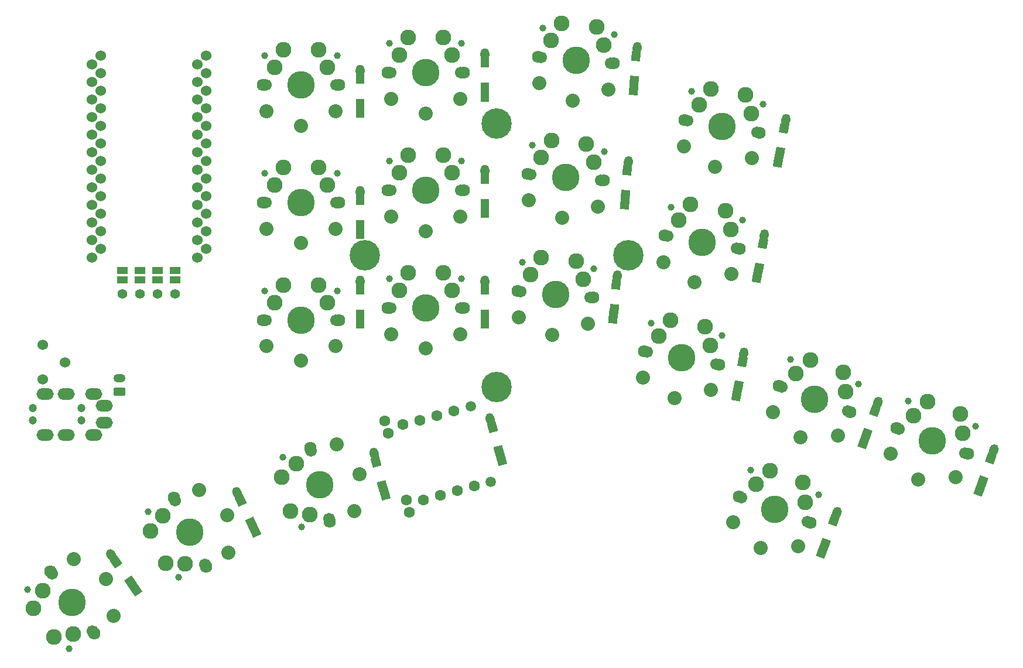
<source format=gbr>
%TF.GenerationSoftware,KiCad,Pcbnew,(6.0.4)*%
%TF.CreationDate,2022-06-17T15:21:50+10:00*%
%TF.ProjectId,luna,6c756e61-2e6b-4696-9361-645f70636258,rev?*%
%TF.SameCoordinates,Original*%
%TF.FileFunction,Soldermask,Bot*%
%TF.FilePolarity,Negative*%
%FSLAX46Y46*%
G04 Gerber Fmt 4.6, Leading zero omitted, Abs format (unit mm)*
G04 Created by KiCad (PCBNEW (6.0.4)) date 2022-06-17 15:21:50*
%MOMM*%
%LPD*%
G01*
G04 APERTURE LIST*
G04 Aperture macros list*
%AMRoundRect*
0 Rectangle with rounded corners*
0 $1 Rounding radius*
0 $2 $3 $4 $5 $6 $7 $8 $9 X,Y pos of 4 corners*
0 Add a 4 corners polygon primitive as box body*
4,1,4,$2,$3,$4,$5,$6,$7,$8,$9,$2,$3,0*
0 Add four circle primitives for the rounded corners*
1,1,$1+$1,$2,$3*
1,1,$1+$1,$4,$5*
1,1,$1+$1,$6,$7*
1,1,$1+$1,$8,$9*
0 Add four rect primitives between the rounded corners*
20,1,$1+$1,$2,$3,$4,$5,0*
20,1,$1+$1,$4,$5,$6,$7,0*
20,1,$1+$1,$6,$7,$8,$9,0*
20,1,$1+$1,$8,$9,$2,$3,0*%
%AMHorizOval*
0 Thick line with rounded ends*
0 $1 width*
0 $2 $3 position (X,Y) of the first rounded end (center of the circle)*
0 $4 $5 position (X,Y) of the second rounded end (center of the circle)*
0 Add line between two ends*
20,1,$1,$2,$3,$4,$5,0*
0 Add two circle primitives to create the rounded ends*
1,1,$1,$2,$3*
1,1,$1,$4,$5*%
%AMRotRect*
0 Rectangle, with rotation*
0 The origin of the aperture is its center*
0 $1 length*
0 $2 width*
0 $3 Rotation angle, in degrees counterclockwise*
0 Add horizontal line*
21,1,$1,$2,0,0,$3*%
G04 Aperture macros list end*
%ADD10RotRect,1.400000X1.300000X295.000000*%
%ADD11RotRect,1.778000X1.300000X115.000000*%
%ADD12HorizOval,1.300000X-0.101006X0.216608X0.101006X-0.216608X0*%
%ADD13RotRect,1.778000X1.300000X70.000000*%
%ADD14RotRect,1.400000X1.300000X250.000000*%
%ADD15HorizOval,1.300000X0.081743X0.224587X-0.081743X-0.224587X0*%
%ADD16RotRect,1.400000X1.300000X260.000000*%
%ADD17RotRect,1.778000X1.300000X80.000000*%
%ADD18HorizOval,1.300000X0.041502X0.235369X-0.041502X-0.235369X0*%
%ADD19C,0.990600*%
%ADD20C,1.701800*%
%ADD21C,1.781800*%
%ADD22C,3.987800*%
%ADD23C,2.286000*%
%ADD24C,2.032000*%
%ADD25RotRect,1.778000X1.300000X85.000000*%
%ADD26RotRect,1.400000X1.300000X265.000000*%
%ADD27HorizOval,1.300000X0.020830X0.238091X-0.020830X-0.238091X0*%
%ADD28R,1.300000X1.778000*%
%ADD29R,1.300000X1.400000*%
%ADD30O,1.300000X1.778000*%
%ADD31RotRect,1.400000X1.300000X305.000000*%
%ADD32RotRect,1.778000X1.300000X125.000000*%
%ADD33HorizOval,1.300000X-0.137085X0.195777X0.137085X-0.195777X0*%
%ADD34RotRect,1.400000X1.300000X285.000000*%
%ADD35RotRect,1.778000X1.300000X105.000000*%
%ADD36HorizOval,1.300000X-0.061858X0.230856X0.061858X-0.230856X0*%
%ADD37C,1.200000*%
%ADD38O,2.500000X1.700000*%
%ADD39C,1.524000*%
%ADD40C,4.400000*%
%ADD41C,1.500000*%
%ADD42C,1.600000*%
%ADD43C,1.397000*%
%ADD44RoundRect,0.250000X0.625000X-0.350000X0.625000X0.350000X-0.625000X0.350000X-0.625000X-0.350000X0*%
%ADD45O,1.750000X1.200000*%
%ADD46R,1.500000X1.000000*%
G04 APERTURE END LIST*
D10*
%TO.C,D8*%
X124025081Y-130672325D03*
D11*
X124542789Y-131782552D03*
D10*
X122524787Y-127454933D03*
D12*
X122007079Y-126344706D03*
%TD*%
D13*
%TO.C,D19*%
X229349641Y-125845965D03*
D14*
X229768615Y-124694841D03*
X230982787Y-121358933D03*
D15*
X231401761Y-120207809D03*
%TD*%
D16*
%TO.C,D14*%
X197387616Y-93803390D03*
D17*
X197174897Y-95009779D03*
D18*
X198216787Y-89100933D03*
D16*
X198004068Y-90307322D03*
%TD*%
D19*
%TO.C,S4*%
X97694417Y-148871928D03*
D20*
X101054555Y-146348225D03*
X95227019Y-138025641D03*
D19*
X91706279Y-140319980D03*
D21*
X94986117Y-137681597D03*
X101295457Y-146692269D03*
D22*
X98140787Y-142186933D03*
D23*
X95436379Y-147181347D03*
X98245467Y-146764786D03*
D24*
X102973784Y-138802832D03*
X98385683Y-135911582D03*
D23*
X92522610Y-143020055D03*
X93874815Y-140522848D03*
D24*
X104121447Y-144103103D03*
%TD*%
D20*
%TO.C,S3*%
X136286787Y-101342933D03*
D21*
X125706787Y-101342933D03*
D20*
X126126787Y-101342933D03*
D22*
X131206787Y-101342933D03*
D21*
X136706787Y-101342933D03*
D19*
X125986787Y-97142933D03*
X136426787Y-97142933D03*
D23*
X127396787Y-98802933D03*
D24*
X131206787Y-107242933D03*
D23*
X128666787Y-96262933D03*
X135016787Y-98802933D03*
D24*
X126206787Y-105142933D03*
X136206787Y-105142933D03*
D23*
X133746787Y-96262933D03*
%TD*%
D25*
%TO.C,D11*%
X176365320Y-100979517D03*
D26*
X176472086Y-99759179D03*
X176781488Y-96222687D03*
D27*
X176888254Y-95002349D03*
%TD*%
D28*
%TO.C,D6*%
X157830787Y-85747933D03*
D29*
X157830787Y-84522933D03*
D30*
X157830787Y-79747933D03*
D29*
X157830787Y-80972933D03*
%TD*%
D13*
%TO.C,D17*%
X212585641Y-118987965D03*
D14*
X213004615Y-117836841D03*
D15*
X214637761Y-113349809D03*
D14*
X214218787Y-114500933D03*
%TD*%
D31*
%TO.C,D4*%
X106526983Y-139252923D03*
D32*
X107229614Y-140256384D03*
D33*
X103788156Y-135341472D03*
D31*
X104490787Y-136344933D03*
%TD*%
D19*
%TO.C,S1*%
X136426787Y-63142933D03*
D20*
X126126787Y-67342933D03*
D22*
X131206787Y-67342933D03*
D19*
X125986787Y-63142933D03*
D21*
X125706787Y-67342933D03*
D20*
X136286787Y-67342933D03*
D21*
X136706787Y-67342933D03*
D23*
X128666787Y-62262933D03*
D24*
X131206787Y-73242933D03*
D23*
X127396787Y-64802933D03*
X133746787Y-62262933D03*
X135016787Y-64802933D03*
D24*
X126206787Y-71142933D03*
X136206787Y-71142933D03*
%TD*%
D14*
%TO.C,D18*%
X207007701Y-133694887D03*
D13*
X206588727Y-134846011D03*
D15*
X208640847Y-129207855D03*
D14*
X208221873Y-130358979D03*
%TD*%
D28*
%TO.C,D5*%
X157830787Y-68938933D03*
D29*
X157830787Y-67713933D03*
D30*
X157830787Y-62938933D03*
D29*
X157830787Y-64163933D03*
%TD*%
D21*
%TO.C,S6*%
X154706787Y-82567242D03*
D20*
X144126787Y-82567242D03*
X154286787Y-82567242D03*
D19*
X143986787Y-78367242D03*
X154426787Y-78367242D03*
D21*
X143706787Y-82567242D03*
D22*
X149206787Y-82567242D03*
D23*
X146666787Y-77487242D03*
X145396787Y-80027242D03*
D24*
X149206787Y-88467242D03*
X154206787Y-86367242D03*
D23*
X151746787Y-77487242D03*
D24*
X144206787Y-86367242D03*
D23*
X153016787Y-80027242D03*
%TD*%
D19*
%TO.C,S17*%
X211827680Y-110614636D03*
X202017289Y-107043946D03*
D20*
X200712361Y-111038538D03*
X210259639Y-114513462D03*
D22*
X205486000Y-112776000D03*
D21*
X200317691Y-110894889D03*
X210654309Y-114657111D03*
D24*
X203468081Y-118320186D03*
D23*
X204836643Y-107133630D03*
X202774502Y-109086084D03*
D24*
X208884787Y-118056933D03*
D23*
X209934960Y-111692277D03*
D24*
X199487860Y-114636731D03*
D23*
X209610283Y-108871093D03*
%TD*%
D26*
%TO.C,D10*%
X178095385Y-83239425D03*
D25*
X177988619Y-84459763D03*
D26*
X178404787Y-79702933D03*
D27*
X178511553Y-78482595D03*
%TD*%
D20*
%TO.C,S12*%
X135269588Y-130075836D03*
D21*
X132531282Y-119856341D03*
D19*
X128546863Y-121213840D03*
D22*
X133954787Y-125168933D03*
D21*
X135378292Y-130481525D03*
D20*
X132639986Y-120262030D03*
D19*
X131248934Y-131298106D03*
D24*
X139653749Y-123641901D03*
D23*
X132487436Y-129506511D03*
X129705284Y-128937185D03*
D24*
X138919400Y-129015050D03*
D23*
X130515235Y-122146156D03*
D24*
X136331210Y-119355791D03*
D23*
X128390483Y-124030282D03*
%TD*%
D19*
%TO.C,S10*%
X164656681Y-76059109D03*
D21*
X164011692Y-80218723D03*
D20*
X174551432Y-81140831D03*
D21*
X174969834Y-81177437D03*
D20*
X164430094Y-80255329D03*
D22*
X169490763Y-80698080D03*
D19*
X175056953Y-76969015D03*
D24*
X168976544Y-86575629D03*
D23*
X167403180Y-75416035D03*
X165916637Y-77835682D03*
X173507640Y-78499809D03*
D24*
X164178598Y-84047841D03*
D23*
X172463849Y-75858787D03*
D24*
X174140545Y-84919399D03*
%TD*%
D25*
%TO.C,D9*%
X179258619Y-67949763D03*
D26*
X179365385Y-66729425D03*
D27*
X179781553Y-61972595D03*
D26*
X179674787Y-63192933D03*
%TD*%
D34*
%TO.C,D16*%
X159814191Y-120279451D03*
D35*
X160131244Y-121462710D03*
D36*
X158578330Y-115667156D03*
D34*
X158895383Y-116850415D03*
%TD*%
D22*
%TO.C,S7*%
X149206787Y-99567242D03*
D21*
X154706787Y-99567242D03*
D19*
X154426787Y-95367242D03*
X143986787Y-95367242D03*
D20*
X144126787Y-99567242D03*
X154286787Y-99567242D03*
D21*
X143706787Y-99567242D03*
D23*
X145396787Y-97027242D03*
D24*
X149206787Y-105467242D03*
D23*
X146666787Y-94487242D03*
X151746787Y-94487242D03*
X153016787Y-97027242D03*
D24*
X154206787Y-103367242D03*
X144206787Y-103367242D03*
%TD*%
D37*
%TO.C,J1*%
X92434000Y-114114000D03*
X99434000Y-114114000D03*
X99434000Y-115864000D03*
X92434000Y-115864000D03*
D38*
X101234000Y-117964000D03*
X101234000Y-112014000D03*
X97234000Y-117964000D03*
X97234000Y-112014000D03*
X94234000Y-112014000D03*
X94234000Y-117964000D03*
X102734000Y-116214000D03*
X102734000Y-113764000D03*
%TD*%
D34*
%TO.C,D12*%
X143001595Y-125295969D03*
D35*
X143318648Y-126479228D03*
D34*
X142082787Y-121866933D03*
D36*
X141765734Y-120683674D03*
%TD*%
D22*
%TO.C,S18*%
X199671657Y-128750776D03*
D19*
X196202946Y-123018722D03*
D21*
X194503348Y-126869665D03*
X204839966Y-130631887D03*
D20*
X194898018Y-127013314D03*
D19*
X206013337Y-126589412D03*
D20*
X204445296Y-130488238D03*
D23*
X196960159Y-125060860D03*
D24*
X197653738Y-134294962D03*
D23*
X199022300Y-123108406D03*
X204120617Y-127667053D03*
D24*
X193673517Y-130611507D03*
D23*
X203795939Y-124845869D03*
D24*
X203070444Y-134031709D03*
%TD*%
D39*
%TO.C,SW2*%
X93904000Y-104942000D03*
X97104000Y-107442000D03*
X93904000Y-109942000D03*
%TD*%
D20*
%TO.C,S5*%
X154286787Y-65567242D03*
X144126787Y-65567242D03*
D21*
X143706787Y-65567242D03*
X154706787Y-65567242D03*
D19*
X154426787Y-61367242D03*
D22*
X149206787Y-65567242D03*
D19*
X143986787Y-61367242D03*
D23*
X145396787Y-63027242D03*
D24*
X149206787Y-71467242D03*
D23*
X146666787Y-60487242D03*
X153016787Y-63027242D03*
X151746787Y-60487242D03*
D24*
X154206787Y-69367242D03*
X144206787Y-69367242D03*
%TD*%
D20*
%TO.C,S2*%
X136286787Y-84342933D03*
D21*
X136706787Y-84342933D03*
X125706787Y-84342933D03*
D19*
X136426787Y-80142933D03*
D20*
X126126787Y-84342933D03*
D22*
X131206787Y-84342933D03*
D19*
X125986787Y-80142933D03*
D24*
X131206787Y-90242933D03*
D23*
X128666787Y-79262933D03*
X127396787Y-81802933D03*
X133746787Y-79262933D03*
D24*
X126206787Y-88142933D03*
X136206787Y-88142933D03*
D23*
X135016787Y-81802933D03*
%TD*%
D19*
%TO.C,S19*%
X228780765Y-116664898D03*
D21*
X217270776Y-116945151D03*
D22*
X222439085Y-118826262D03*
D20*
X227212724Y-120563724D03*
D19*
X218970374Y-113094208D03*
D21*
X227607394Y-120707373D03*
D20*
X217665446Y-117088800D03*
D23*
X221789728Y-113183892D03*
X219727587Y-115136346D03*
D24*
X220421166Y-124370448D03*
X216440945Y-120686993D03*
X225837872Y-124107195D03*
D23*
X226563367Y-114921355D03*
X226888045Y-117742539D03*
%TD*%
D29*
%TO.C,D1*%
X139796787Y-70044933D03*
D28*
X139796787Y-71269933D03*
D29*
X139796787Y-66494933D03*
D30*
X139796787Y-65269933D03*
%TD*%
D40*
%TO.C,REF\u002A\u002A*%
X159512000Y-110998000D03*
X178562000Y-91948000D03*
X140462000Y-91948000D03*
X159512000Y-72898000D03*
%TD*%
D21*
%TO.C,S9*%
X165493341Y-63283413D03*
X176451483Y-64242127D03*
D19*
X176538602Y-60033705D03*
X166138330Y-59123799D03*
D22*
X170972412Y-63762770D03*
D20*
X176033081Y-64205521D03*
X165911743Y-63320019D03*
D24*
X170458193Y-69640319D03*
D23*
X168884829Y-58480725D03*
X167398286Y-60900372D03*
D24*
X175622194Y-67984089D03*
D23*
X174989289Y-61564499D03*
X173945498Y-58923477D03*
D24*
X165660247Y-67112531D03*
%TD*%
D29*
%TO.C,D2*%
X139796787Y-87573933D03*
D28*
X139796787Y-88798933D03*
D29*
X139796787Y-84023933D03*
D30*
X139796787Y-82798933D03*
%TD*%
D41*
%TO.C,S16*%
X158647698Y-124721535D03*
D42*
X148882188Y-127338195D03*
X151335639Y-126680795D03*
X153789091Y-126023395D03*
X156242543Y-125365994D03*
X146890678Y-129140032D03*
X146411863Y-127353069D03*
%TD*%
D22*
%TO.C,S8*%
X115151672Y-132050072D03*
D21*
X117476072Y-137034765D03*
D20*
X113004771Y-127446028D03*
D21*
X112827272Y-127065379D03*
D20*
X117298573Y-136654116D03*
D19*
X113551247Y-138555995D03*
X109139112Y-129094142D03*
D23*
X111621079Y-136498995D03*
X114459826Y-136576555D03*
D24*
X120498888Y-129556624D03*
D23*
X109474178Y-131894951D03*
D24*
X116482550Y-125912584D03*
X120708733Y-134975662D03*
D23*
X111239475Y-129670490D03*
%TD*%
D43*
%TO.C,J2*%
X105410000Y-97536000D03*
X107950000Y-97536000D03*
X110490000Y-97536000D03*
X113030000Y-97536000D03*
%TD*%
D29*
%TO.C,D3*%
X139796787Y-100527933D03*
D28*
X139796787Y-101752933D03*
D29*
X139796787Y-96977933D03*
D30*
X139796787Y-95752933D03*
%TD*%
D39*
%TO.C,U11*%
X117488900Y-63119000D03*
X100942500Y-64389000D03*
X100942500Y-66929000D03*
X117488900Y-65659000D03*
X100942500Y-69469000D03*
X117488900Y-68199000D03*
X100942500Y-72009000D03*
X117488900Y-70739000D03*
X100942500Y-74549000D03*
X117488900Y-73279000D03*
X117488900Y-75819000D03*
X100942500Y-77089000D03*
X100942500Y-79629000D03*
X117488900Y-78359000D03*
X100942500Y-82169000D03*
X117488900Y-80899000D03*
X117488900Y-83439000D03*
X100942500Y-84709000D03*
X117488900Y-85979000D03*
X100942500Y-87249000D03*
X100942500Y-89789000D03*
X117488900Y-88519000D03*
X117488900Y-91059000D03*
X100942500Y-92329000D03*
X102268900Y-91059000D03*
X116182500Y-92329000D03*
X102268900Y-88519000D03*
X116182500Y-89789000D03*
X102268900Y-85979000D03*
X116182500Y-87249000D03*
X102268900Y-83439000D03*
X116182500Y-84709000D03*
X116182500Y-82169000D03*
X102268900Y-80899000D03*
X102268900Y-78359000D03*
X116182500Y-79629000D03*
X116182500Y-77089000D03*
X102268900Y-75819000D03*
X116182500Y-74549000D03*
X102268900Y-73279000D03*
X116182500Y-72009000D03*
X102268900Y-70739000D03*
X116182500Y-69469000D03*
X102268900Y-68199000D03*
X116182500Y-66929000D03*
X102268900Y-65659000D03*
X116182500Y-64389000D03*
X102268900Y-63119000D03*
%TD*%
D29*
%TO.C,D7*%
X157830787Y-100524933D03*
D28*
X157830787Y-101749933D03*
D29*
X157830787Y-96974933D03*
D30*
X157830787Y-95749933D03*
%TD*%
D44*
%TO.C,J3*%
X104992000Y-111744000D03*
D45*
X104992000Y-109744000D03*
%TD*%
D19*
%TO.C,S15*%
X181805375Y-101793760D03*
D20*
X181213926Y-105954263D03*
D22*
X186216749Y-106836396D03*
D20*
X191219572Y-107718529D03*
D21*
X191633192Y-107791461D03*
D19*
X192086768Y-103606647D03*
D21*
X180800306Y-105881331D03*
D23*
X182905698Y-103673385D03*
D24*
X185192225Y-112646762D03*
D23*
X184597470Y-101392506D03*
D24*
X180632847Y-109710425D03*
D23*
X190409933Y-104996584D03*
X189600293Y-102274639D03*
D24*
X190480925Y-111446906D03*
%TD*%
D21*
%TO.C,S11*%
X173488188Y-98112746D03*
D19*
X173575307Y-93904324D03*
D20*
X162948448Y-97190638D03*
D22*
X168009117Y-97633389D03*
D21*
X162530046Y-97154032D03*
D19*
X163175035Y-92994418D03*
D20*
X173069786Y-98076140D03*
D24*
X167494898Y-103510938D03*
D23*
X164434991Y-94770991D03*
X165921534Y-92351344D03*
D24*
X172658899Y-101854708D03*
D23*
X170982203Y-92794096D03*
D24*
X162696952Y-100983150D03*
D23*
X172025994Y-95435118D03*
%TD*%
D20*
%TO.C,S14*%
X194171592Y-90976798D03*
D19*
X184757395Y-85052029D03*
X195038788Y-86864916D03*
D20*
X184165946Y-89212532D03*
D21*
X194585212Y-91049730D03*
X183752326Y-89139600D03*
D22*
X189168769Y-90094665D03*
D23*
X185857718Y-86931654D03*
X187549490Y-84650775D03*
D24*
X188144245Y-95905031D03*
X183584867Y-92968694D03*
X193432945Y-94705175D03*
D23*
X193361953Y-88254853D03*
X192552313Y-85532908D03*
%TD*%
D19*
%TO.C,S13*%
X197990806Y-70123184D03*
D22*
X192120787Y-73352933D03*
D21*
X197537230Y-74307998D03*
X186704344Y-72397868D03*
D20*
X187117964Y-72470800D03*
D19*
X187709413Y-68310297D03*
D20*
X197123610Y-74235066D03*
D24*
X191096263Y-79163299D03*
D23*
X190501508Y-67909043D03*
X188809736Y-70189922D03*
D24*
X186536885Y-76226962D03*
D23*
X195504331Y-68791176D03*
X196313971Y-71513121D03*
D24*
X196384963Y-77963443D03*
%TD*%
D16*
%TO.C,D13*%
X200461429Y-77103001D03*
D17*
X200248710Y-78309390D03*
D18*
X201290600Y-72400544D03*
D16*
X201077881Y-73606933D03*
%TD*%
D17*
%TO.C,D15*%
X194206100Y-112091390D03*
D16*
X194418819Y-110885001D03*
D18*
X195247990Y-106182544D03*
D16*
X195035271Y-107388933D03*
%TD*%
D46*
%TO.C,JP8*%
X113030000Y-94204000D03*
X113030000Y-95504000D03*
%TD*%
D41*
%TO.C,S16*%
X155735984Y-113854869D03*
D42*
X145970473Y-116471530D03*
X148423925Y-115814129D03*
X150877377Y-115156729D03*
X153330828Y-114499329D03*
X143344857Y-115906848D03*
X143823673Y-117693811D03*
%TD*%
D46*
%TO.C,JP4*%
X105410000Y-95504000D03*
X105410000Y-94204000D03*
%TD*%
%TO.C,JP2*%
X110490000Y-95504000D03*
X110490000Y-94204000D03*
%TD*%
%TO.C,JP6*%
X107950000Y-94204000D03*
X107950000Y-95504000D03*
%TD*%
M02*

</source>
